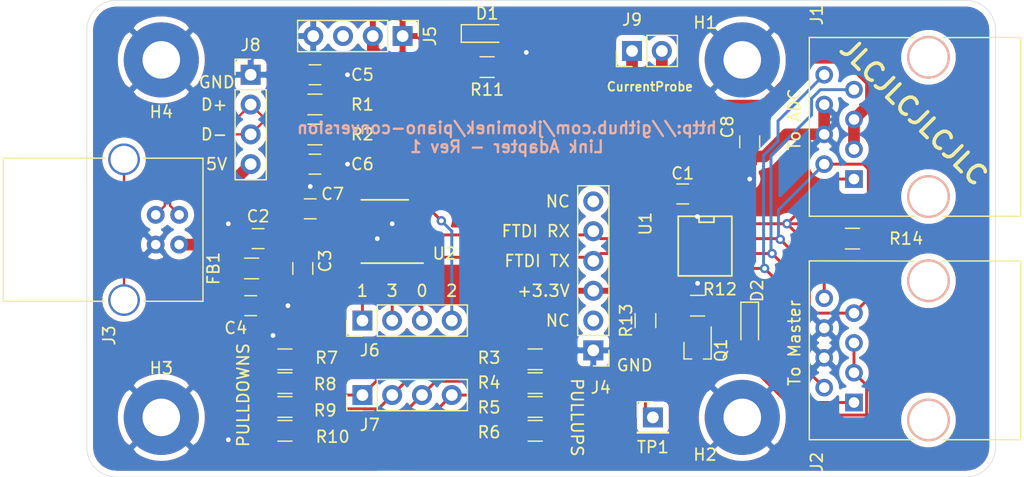
<source format=kicad_pcb>
(kicad_pcb (version 20171130) (host pcbnew "(5.1.7)-1")
  (layers (0 F.Cu signal) (31 B.Cu signal) (34 B.Paste user) (35 F.Paste user) (36 B.SilkS user) (37 F.SilkS user) (38 B.Mask user) (39 F.Mask user) (44 Edge.Cuts user))
  (net 0 "")
  (net 1 GND)
  (net 2 +3V3)
  (net 3 +5V)
  (net 4 "Net-(J3-Pad5)")
  (net 5 /RX)
  (net 6 /TX)
  (net 7 /USB5V)
  (net 8 /D+)
  (net 9 /D-)
  (net 10 /Z)
  (net 11 /Y)
  (net 12 /A)
  (net 13 /B)
  (net 14 /J6_4)
  (net 15 /J6_3)
  (net 16 /J6_2)
  (net 17 /J6_1)
  (net 18 /USBD+)
  (net 19 /USBD-)
  (net 20 "Net-(D1-Pad1)")
  (net 21 "Net-(D2-Pad2)")
  (net 22 "Net-(D2-Pad1)")
  (net 23 "Net-(Q1-Pad2)")
  (net 24 "Net-(C8-Pad1)")
  (net 25 /CBUS1)
  (net 26 /CBUS3)
  (net 27 /CBUS0)
  (net 28 /CBUS2)
  (module TO_SOT_Packages_SMD:SOT-323_SC-70_Handsoldering (layer F.Cu) (at 142.24 103.505 270)
    (fp_text reference Q1 (at 0 -2 90) (layer F.SilkS))
    (fp_text value NX7002BKW)
    (pad 3 smd rect (at 1.33 0 180) (size 0.45 1.5) (layers F.Cu F.Paste F.Mask) (net 2 +3V3))
    (pad 2 smd rect (at -1.33 0.65 180) (size 0.45 1.5) (layers F.Cu F.Paste F.Mask) (net 23 "Net-(Q1-Pad2)"))
    (pad 1 smd rect (at -1.33 -0.65 180) (size 0.45 1.5) (layers F.Cu F.Paste F.Mask) (net 21 "Net-(D2-Pad2)"))
  )
  (module Resistors_SMD:R_0805_HandSoldering (layer F.Cu) (at 137.795 100.965 90)
    (fp_text reference R13 (at 0 -1.651 90) (layer F.SilkS))
    (fp_text value 6000)
    (pad 2 smd rect (at 1.35 0 90) (size 1.5 1.3) (layers F.Cu F.Paste F.Mask) (net 1 GND))
    (pad 1 smd rect (at -1.35 0 90) (size 1.5 1.3) (layers F.Cu F.Paste F.Mask) (net 23 "Net-(Q1-Pad2)"))
  )
  (module Capacitors_SMD:C_0805_HandSoldering (layer F.Cu) (at 109.621 80.01)
    (fp_text reference C5 (at 4.044 0) (layer F.SilkS))
    (fp_text value 47pF)
    (pad 1 smd rect (at -1.25 0) (size 1.5 1.25) (layers F.Cu F.Paste F.Mask) (net 8 /D+))
    (pad 2 smd rect (at 1.25 0) (size 1.5 1.25) (layers F.Cu F.Paste F.Mask) (net 1 GND))
  )
  (module Capacitors_SMD:C_0805_HandSoldering (layer F.Cu) (at 140.97 90.17)
    (fp_text reference C1 (at 0 -1.75) (layer F.SilkS))
    (fp_text value 0.1uF)
    (pad 2 smd rect (at 1.25 0) (size 1.5 1.25) (layers F.Cu F.Paste F.Mask) (net 1 GND))
    (pad 1 smd rect (at -1.25 0) (size 1.5 1.25) (layers F.Cu F.Paste F.Mask) (net 2 +3V3))
  )
  (module Capacitors_SMD:C_0805_HandSoldering (layer F.Cu) (at 104.775 93.98 180)
    (fp_text reference C2 (at 0 1.905) (layer F.SilkS))
    (fp_text value 0.1uF)
    (pad 2 smd rect (at 1.25 0 180) (size 1.5 1.25) (layers F.Cu F.Paste F.Mask) (net 1 GND))
    (pad 1 smd rect (at -1.25 0 180) (size 1.5 1.25) (layers F.Cu F.Paste F.Mask) (net 3 +5V))
  )
  (module Capacitors_SMD:C_0805_HandSoldering (layer F.Cu) (at 108.585 96.52 270)
    (fp_text reference C3 (at -0.635 -1.905 90) (layer F.SilkS))
    (fp_text value 4.7uF)
    (pad 1 smd rect (at -1.25 0 270) (size 1.5 1.25) (layers F.Cu F.Paste F.Mask) (net 3 +5V))
    (pad 2 smd rect (at 1.25 0 270) (size 1.5 1.25) (layers F.Cu F.Paste F.Mask) (net 1 GND))
  )
  (module Capacitors_SMD:C_0805_HandSoldering (layer F.Cu) (at 104.14 99.695)
    (fp_text reference C4 (at -1.27 1.905) (layer F.SilkS))
    (fp_text value 10nF)
    (pad 2 smd rect (at 1.25 0) (size 1.5 1.25) (layers F.Cu F.Paste F.Mask) (net 1 GND))
    (pad 1 smd rect (at -1.25 0) (size 1.5 1.25) (layers F.Cu F.Paste F.Mask) (net 7 /USB5V))
  )
  (module Capacitors_SMD:C_0805_HandSoldering (layer F.Cu) (at 109.621 87.63)
    (fp_text reference C6 (at 4.044 0) (layer F.SilkS))
    (fp_text value 47pF)
    (pad 2 smd rect (at 1.25 0) (size 1.5 1.25) (layers F.Cu F.Paste F.Mask) (net 1 GND))
    (pad 1 smd rect (at -1.25 0) (size 1.5 1.25) (layers F.Cu F.Paste F.Mask) (net 9 /D-))
  )
  (module Capacitors_SMD:C_0805_HandSoldering (layer F.Cu) (at 109.22 91.44 180)
    (fp_text reference C7 (at -1.905 1.27) (layer F.SilkS))
    (fp_text value 0.1uF)
    (pad 1 smd rect (at -1.25 0 180) (size 1.5 1.25) (layers F.Cu F.Paste F.Mask) (net 2 +3V3))
    (pad 2 smd rect (at 1.25 0 180) (size 1.5 1.25) (layers F.Cu F.Paste F.Mask) (net 1 GND))
  )
  (module Inductors_SMD:L_0805_HandSoldering (layer F.Cu) (at 104.22 96.52 180)
    (fp_text reference FB1 (at 3.255 0 90) (layer F.SilkS))
    (fp_text value MPZ2012S601AT000‎)
    (pad 2 smd rect (at 1.35 0 180) (size 1.5 1.3) (layers F.Cu F.Paste F.Mask) (net 7 /USB5V))
    (pad 1 smd rect (at -1.35 0 180) (size 1.5 1.3) (layers F.Cu F.Paste F.Mask) (net 3 +5V))
  )
  (module Connectors:RJ45_8 (layer F.Cu) (at 155.575 88.9 90)
    (fp_text reference J1 (at 13.97 -3.175 90) (layer F.SilkS))
    (fp_text value ToADC)
    (pad Hole np_thru_hole circle (at 10.38 6.35 90) (size 3.65 3.65) (drill 3.25) (layers *.Cu *.SilkS *.Mask))
    (pad Hole np_thru_hole circle (at -1.49 6.35 90) (size 3.65 3.65) (drill 3.25) (layers *.Cu *.SilkS *.Mask))
    (pad 1 thru_hole rect (at 0 0 90) (size 1.5 1.5) (drill 0.9) (layers *.Cu *.Mask) (net 12 /A))
    (pad 2 thru_hole circle (at 1.27 -2.54 90) (size 1.5 1.5) (drill 0.9) (layers *.Cu *.Mask) (net 13 /B))
    (pad 3 thru_hole circle (at 2.54 0 90) (size 1.5 1.5) (drill 0.9) (layers *.Cu *.Mask) (net 24 "Net-(C8-Pad1)"))
    (pad 4 thru_hole circle (at 3.81 -2.54 90) (size 1.5 1.5) (drill 0.9) (layers *.Cu *.Mask) (net 1 GND))
    (pad 5 thru_hole circle (at 5.08 0 90) (size 1.5 1.5) (drill 0.9) (layers *.Cu *.Mask) (net 24 "Net-(C8-Pad1)"))
    (pad 6 thru_hole circle (at 6.35 -2.54 90) (size 1.5 1.5) (drill 0.9) (layers *.Cu *.Mask) (net 1 GND))
    (pad 7 thru_hole circle (at 7.62 0 90) (size 1.5 1.5) (drill 0.9) (layers *.Cu *.Mask) (net 10 /Z))
    (pad 8 thru_hole circle (at 8.89 -2.54 90) (size 1.5 1.5) (drill 0.9) (layers *.Cu *.Mask) (net 11 /Y))
  )
  (module Connectors:RJ45_8 (layer F.Cu) (at 155.575 107.95 90)
    (fp_text reference J2 (at -5.08 -3.175 90) (layer F.SilkS))
    (fp_text value ToMaster)
    (pad 8 thru_hole circle (at 8.89 -2.54 90) (size 1.5 1.5) (drill 0.9) (layers *.Cu *.Mask) (net 12 /A))
    (pad 7 thru_hole circle (at 7.62 0 90) (size 1.5 1.5) (drill 0.9) (layers *.Cu *.Mask) (net 13 /B))
    (pad 6 thru_hole circle (at 6.35 -2.54 90) (size 1.5 1.5) (drill 0.9) (layers *.Cu *.Mask) (net 1 GND))
    (pad 5 thru_hole circle (at 5.08 0 90) (size 1.5 1.5) (drill 0.9) (layers *.Cu *.Mask) (net 21 "Net-(D2-Pad2)"))
    (pad 4 thru_hole circle (at 3.81 -2.54 90) (size 1.5 1.5) (drill 0.9) (layers *.Cu *.Mask) (net 1 GND))
    (pad 3 thru_hole circle (at 2.54 0 90) (size 1.5 1.5) (drill 0.9) (layers *.Cu *.Mask) (net 21 "Net-(D2-Pad2)"))
    (pad 2 thru_hole circle (at 1.27 -2.54 90) (size 1.5 1.5) (drill 0.9) (layers *.Cu *.Mask) (net 10 /Z))
    (pad 1 thru_hole rect (at 0 0 90) (size 1.5 1.5) (drill 0.9) (layers *.Cu *.Mask) (net 11 /Y))
    (pad Hole np_thru_hole circle (at -1.49 6.35 90) (size 3.65 3.65) (drill 3.25) (layers *.Cu *.SilkS *.Mask))
    (pad Hole np_thru_hole circle (at 10.38 6.35 90) (size 3.65 3.65) (drill 3.25) (layers *.Cu *.SilkS *.Mask))
  )
  (module Connectors:USB_B (layer F.Cu) (at 98.044 94.488 180)
    (fp_text reference J3 (at 5.969 -7.747 90) (layer F.SilkS))
    (fp_text value USB_B)
    (pad 5 thru_hole circle (at 4.7 -4.73 90) (size 2.7 2.7) (drill 2.3) (layers *.Cu *.Mask) (net 4 "Net-(J3-Pad5)"))
    (pad 5 thru_hole circle (at 4.7 7.27 90) (size 2.7 2.7) (drill 2.3) (layers *.Cu *.Mask) (net 4 "Net-(J3-Pad5)"))
    (pad 3 thru_hole circle (at 2 2.54 90) (size 1.52 1.52) (drill 0.81) (layers *.Cu *.Mask) (net 8 /D+))
    (pad 4 thru_hole circle (at 2 0 90) (size 1.52 1.52) (drill 0.81) (layers *.Cu *.Mask) (net 1 GND))
    (pad 1 thru_hole circle (at 0 0 90) (size 1.52 1.52) (drill 0.81) (layers *.Cu *.Mask) (net 7 /USB5V))
    (pad 2 thru_hole circle (at 0 2.54 90) (size 1.52 1.52) (drill 0.81) (layers *.Cu *.Mask) (net 9 /D-))
  )
  (module Pin_Headers:Pin_Header_Straight_1x06_Pitch2.54mm (layer F.Cu) (at 133.35 103.505 180)
    (fp_text reference J4 (at -0.635 -3.175) (layer F.SilkS))
    (fp_text value "FTDI Header")
    (pad 6 thru_hole oval (at 0 12.7 180) (size 1.7 1.7) (drill 1) (layers *.Cu *.Mask))
    (pad 5 thru_hole oval (at 0 10.16 180) (size 1.7 1.7) (drill 1) (layers *.Cu *.Mask) (net 5 /RX))
    (pad 4 thru_hole oval (at 0 7.62 180) (size 1.7 1.7) (drill 1) (layers *.Cu *.Mask) (net 6 /TX))
    (pad 3 thru_hole oval (at 0 5.08 180) (size 1.7 1.7) (drill 1) (layers *.Cu *.Mask) (net 2 +3V3))
    (pad 2 thru_hole oval (at 0 2.54 180) (size 1.7 1.7) (drill 1) (layers *.Cu *.Mask))
    (pad 1 thru_hole rect (at 0 0 180) (size 1.7 1.7) (drill 1) (layers *.Cu *.Mask) (net 1 GND))
  )
  (module Pin_Headers:Pin_Header_Straight_1x04_Pitch2.54mm (layer F.Cu) (at 113.665 100.965 90)
    (fp_text reference J6 (at -2.54 0.635 180) (layer F.SilkS))
    (fp_text value CBUS)
    (pad 1 thru_hole rect (at 0 0 90) (size 1.7 1.7) (drill 1) (layers *.Cu *.Mask) (net 25 /CBUS1))
    (pad 2 thru_hole oval (at 0 2.54 90) (size 1.7 1.7) (drill 1) (layers *.Cu *.Mask) (net 26 /CBUS3))
    (pad 3 thru_hole oval (at 0 5.08 90) (size 1.7 1.7) (drill 1) (layers *.Cu *.Mask) (net 27 /CBUS0))
    (pad 4 thru_hole oval (at 0 7.62 90) (size 1.7 1.7) (drill 1) (layers *.Cu *.Mask) (net 28 /CBUS2))
  )
  (module Pin_Headers:Pin_Header_Straight_1x04_Pitch2.54mm (layer F.Cu) (at 113.665 107.315 90)
    (fp_text reference J7 (at -2.54 0.635 180) (layer F.SilkS))
    (fp_text value FORLED)
    (pad 4 thru_hole oval (at 0 7.62 90) (size 1.7 1.7) (drill 1) (layers *.Cu *.Mask) (net 14 /J6_4))
    (pad 3 thru_hole oval (at 0 5.08 90) (size 1.7 1.7) (drill 1) (layers *.Cu *.Mask) (net 15 /J6_3))
    (pad 2 thru_hole oval (at 0 2.54 90) (size 1.7 1.7) (drill 1) (layers *.Cu *.Mask) (net 16 /J6_2))
    (pad 1 thru_hole rect (at 0 0 90) (size 1.7 1.7) (drill 1) (layers *.Cu *.Mask) (net 17 /J6_1))
  )
  (module Resistors_SMD:R_0805_HandSoldering (layer F.Cu) (at 109.621 82.54 180)
    (fp_text reference R1 (at -4.044 -0.01 180) (layer F.SilkS))
    (fp_text value 27)
    (pad 2 smd rect (at 1.35 0 180) (size 1.5 1.3) (layers F.Cu F.Paste F.Mask) (net 8 /D+))
    (pad 1 smd rect (at -1.35 0 180) (size 1.5 1.3) (layers F.Cu F.Paste F.Mask) (net 18 /USBD+))
  )
  (module Resistors_SMD:R_0805_HandSoldering (layer F.Cu) (at 109.621 85.1 180)
    (fp_text reference R2 (at -4.044 0.01) (layer F.SilkS))
    (fp_text value 27)
    (pad 1 smd rect (at -1.35 0 180) (size 1.5 1.3) (layers F.Cu F.Paste F.Mask) (net 19 /USBD-))
    (pad 2 smd rect (at 1.35 0 180) (size 1.5 1.3) (layers F.Cu F.Paste F.Mask) (net 9 /D-))
  )
  (module Resistors_SMD:R_0805_HandSoldering (layer F.Cu) (at 128.397 104.267 180)
    (fp_text reference R3 (at 3.937 0.127) (layer F.SilkS))
    (fp_text value 6000)
    (pad 1 smd rect (at -1.35 0 180) (size 1.5 1.3) (layers F.Cu F.Paste F.Mask) (net 2 +3V3))
    (pad 2 smd rect (at 1.35 0 180) (size 1.5 1.3) (layers F.Cu F.Paste F.Mask) (net 17 /J6_1))
  )
  (module Resistors_SMD:R_0805_HandSoldering (layer F.Cu) (at 128.397 106.299 180)
    (fp_text reference R4 (at 3.937 0.042334) (layer F.SilkS))
    (fp_text value 6000)
    (pad 2 smd rect (at 1.35 0 180) (size 1.5 1.3) (layers F.Cu F.Paste F.Mask) (net 16 /J6_2))
    (pad 1 smd rect (at -1.35 0 180) (size 1.5 1.3) (layers F.Cu F.Paste F.Mask) (net 2 +3V3))
  )
  (module Resistors_SMD:R_0805_HandSoldering (layer F.Cu) (at 128.397 108.331 180)
    (fp_text reference R5 (at 3.937 -0.042332) (layer F.SilkS))
    (fp_text value 6000)
    (pad 1 smd rect (at -1.35 0 180) (size 1.5 1.3) (layers F.Cu F.Paste F.Mask) (net 2 +3V3))
    (pad 2 smd rect (at 1.35 0 180) (size 1.5 1.3) (layers F.Cu F.Paste F.Mask) (net 15 /J6_3))
  )
  (module Resistors_SMD:R_0805_HandSoldering (layer F.Cu) (at 128.397 110.363 180)
    (fp_text reference R6 (at 3.937 -0.127) (layer F.SilkS))
    (fp_text value 6000)
    (pad 2 smd rect (at 1.35 0 180) (size 1.5 1.3) (layers F.Cu F.Paste F.Mask) (net 14 /J6_4))
    (pad 1 smd rect (at -1.35 0 180) (size 1.5 1.3) (layers F.Cu F.Paste F.Mask) (net 2 +3V3))
  )
  (module Resistors_SMD:R_0805_HandSoldering (layer F.Cu) (at 107.061 104.267 180)
    (fp_text reference R7 (at -3.556 0.127) (layer F.SilkS))
    (fp_text value 6000)
    (pad 2 smd rect (at 1.35 0 180) (size 1.5 1.3) (layers F.Cu F.Paste F.Mask) (net 1 GND))
    (pad 1 smd rect (at -1.35 0 180) (size 1.5 1.3) (layers F.Cu F.Paste F.Mask) (net 17 /J6_1))
  )
  (module Resistors_SMD:R_0805_HandSoldering (layer F.Cu) (at 107.061 106.299 180)
    (fp_text reference R8 (at -3.429 -0.084666) (layer F.SilkS))
    (fp_text value 6000)
    (pad 1 smd rect (at -1.35 0 180) (size 1.5 1.3) (layers F.Cu F.Paste F.Mask) (net 16 /J6_2))
    (pad 2 smd rect (at 1.35 0 180) (size 1.5 1.3) (layers F.Cu F.Paste F.Mask) (net 1 GND))
  )
  (module Resistors_SMD:R_0805_HandSoldering (layer F.Cu) (at 107.061 108.331 180)
    (fp_text reference R9 (at -3.429 -0.296332) (layer F.SilkS))
    (fp_text value 6000)
    (pad 2 smd rect (at 1.35 0 180) (size 1.5 1.3) (layers F.Cu F.Paste F.Mask) (net 1 GND))
    (pad 1 smd rect (at -1.35 0 180) (size 1.5 1.3) (layers F.Cu F.Paste F.Mask) (net 15 /J6_3))
  )
  (module Resistors_SMD:R_0805_HandSoldering (layer F.Cu) (at 107.061 110.363 180)
    (fp_text reference R10 (at -4.064 -0.508) (layer F.SilkS))
    (fp_text value 6000)
    (pad 1 smd rect (at -1.35 0 180) (size 1.5 1.3) (layers F.Cu F.Paste F.Mask) (net 14 /J6_4))
    (pad 2 smd rect (at 1.35 0 180) (size 1.5 1.3) (layers F.Cu F.Paste F.Mask) (net 1 GND))
  )
  (module SMD_Packages:SOIC-8-N (layer F.Cu) (at 142.875 94.615 270)
    (fp_text reference U1 (at -1.905 5.08 90) (layer F.SilkS))
    (fp_text value ISL83490)
    (pad 1 smd rect (at -1.905 3.175 270) (size 0.508 1.143) (layers F.Cu F.Paste F.Mask) (net 2 +3V3))
    (pad 2 smd rect (at -0.635 3.175 270) (size 0.508 1.143) (layers F.Cu F.Paste F.Mask) (net 5 /RX))
    (pad 3 smd rect (at 0.635 3.175 270) (size 0.508 1.143) (layers F.Cu F.Paste F.Mask) (net 6 /TX))
    (pad 4 smd rect (at 1.905 3.175 270) (size 0.508 1.143) (layers F.Cu F.Paste F.Mask) (net 1 GND))
    (pad 5 smd rect (at 1.905 -3.175 270) (size 0.508 1.143) (layers F.Cu F.Paste F.Mask) (net 11 /Y))
    (pad 6 smd rect (at 0.635 -3.175 270) (size 0.508 1.143) (layers F.Cu F.Paste F.Mask) (net 10 /Z))
    (pad 7 smd rect (at -0.635 -3.175 270) (size 0.508 1.143) (layers F.Cu F.Paste F.Mask) (net 13 /B))
    (pad 8 smd rect (at -1.905 -3.175 270) (size 0.508 1.143) (layers F.Cu F.Paste F.Mask) (net 12 /A))
  )
  (module Housings_SSOP:SSOP-16_3.9x4.9mm_Pitch0.635mm (layer F.Cu) (at 115.57 93.345 180)
    (fp_text reference U2 (at -5.08 -1.905) (layer F.SilkS))
    (fp_text value FT230XS)
    (pad 16 smd rect (at 2.6 -2.2225 180) (size 1.2 0.4) (layers F.Cu F.Paste F.Mask) (net 26 /CBUS3))
    (pad 15 smd rect (at 2.6 -1.5875 180) (size 1.2 0.4) (layers F.Cu F.Paste F.Mask) (net 27 /CBUS0))
    (pad 14 smd rect (at 2.6 -0.9525 180) (size 1.2 0.4) (layers F.Cu F.Paste F.Mask) (net 25 /CBUS1))
    (pad 13 smd rect (at 2.6 -0.3175 180) (size 1.2 0.4) (layers F.Cu F.Paste F.Mask) (net 1 GND))
    (pad 12 smd rect (at 2.6 0.3175 180) (size 1.2 0.4) (layers F.Cu F.Paste F.Mask) (net 3 +5V))
    (pad 11 smd rect (at 2.6 0.9525 180) (size 1.2 0.4) (layers F.Cu F.Paste F.Mask) (net 2 +3V3))
    (pad 10 smd rect (at 2.6 1.5875 180) (size 1.2 0.4) (layers F.Cu F.Paste F.Mask) (net 2 +3V3))
    (pad 9 smd rect (at 2.6 2.2225 180) (size 1.2 0.4) (layers F.Cu F.Paste F.Mask) (net 19 /USBD-))
    (pad 8 smd rect (at -2.6 2.2225 180) (size 1.2 0.4) (layers F.Cu F.Paste F.Mask) (net 18 /USBD+))
    (pad 7 smd rect (at -2.6 1.5875 180) (size 1.2 0.4) (layers F.Cu F.Paste F.Mask) (net 28 /CBUS2))
    (pad 6 smd rect (at -2.6 0.9525 180) (size 1.2 0.4) (layers F.Cu F.Paste F.Mask))
    (pad 5 smd rect (at -2.6 0.3175 180) (size 1.2 0.4) (layers F.Cu F.Paste F.Mask) (net 1 GND))
    (pad 4 smd rect (at -2.6 -0.3175 180) (size 1.2 0.4) (layers F.Cu F.Paste F.Mask) (net 5 /RX))
    (pad 3 smd rect (at -2.6 -0.9525 180) (size 1.2 0.4) (layers F.Cu F.Paste F.Mask) (net 2 +3V3))
    (pad 2 smd rect (at -2.6 -1.5875 180) (size 1.2 0.4) (layers F.Cu F.Paste F.Mask))
    (pad 1 smd rect (at -2.6 -2.2225 180) (size 1.2 0.4) (layers F.Cu F.Paste F.Mask) (net 6 /TX))
  )
  (module Mounting_Holes:MountingHole_3.2mm_M3_Pad (layer F.Cu) (at 146.05 78.74)
    (fp_text reference H1 (at -3.175 -3.175) (layer F.SilkS))
    (fp_text value MountingHole_Pad)
    (pad 1 thru_hole circle (at 0 0) (size 6.4 6.4) (drill 3.2) (layers *.Cu *.Mask) (net 1 GND))
  )
  (module Mounting_Holes:MountingHole_3.2mm_M3_Pad (layer F.Cu) (at 146.05 109.22)
    (fp_text reference H2 (at -3.175 3.175) (layer F.SilkS))
    (fp_text value MountingHole_Pad)
    (pad 1 thru_hole circle (at 0 0) (size 6.4 6.4) (drill 3.2) (layers *.Cu *.Mask) (net 1 GND))
  )
  (module Mounting_Holes:MountingHole_3.2mm_M3_Pad (layer F.Cu) (at 96.52 109.22)
    (fp_text reference H3 (at 0 -4.2) (layer F.SilkS))
    (fp_text value MountingHole_Pad)
    (pad 1 thru_hole circle (at 0 0) (size 6.4 6.4) (drill 3.2) (layers *.Cu *.Mask) (net 1 GND))
  )
  (module Mounting_Holes:MountingHole_3.2mm_M3_Pad (layer F.Cu) (at 96.52 78.74)
    (fp_text reference H4 (at 0 4.445) (layer F.SilkS))
    (fp_text value MountingHole_Pad)
    (pad 1 thru_hole circle (at 0 0) (size 6.4 6.4) (drill 3.2) (layers *.Cu *.Mask) (net 1 GND))
  )
  (module Pin_Headers:Pin_Header_Straight_1x04_Pitch2.54mm (layer F.Cu) (at 104.14 80.01)
    (fp_text reference J8 (at 0 -2.54) (layer F.SilkS))
    (fp_text value AltUSB)
    (pad 4 thru_hole oval (at 0 7.62) (size 1.7 1.7) (drill 1) (layers *.Cu *.Mask) (net 7 /USB5V))
    (pad 3 thru_hole oval (at 0 5.08) (size 1.7 1.7) (drill 1) (layers *.Cu *.Mask) (net 9 /D-))
    (pad 2 thru_hole oval (at 0 2.54) (size 1.7 1.7) (drill 1) (layers *.Cu *.Mask) (net 8 /D+))
    (pad 1 thru_hole rect (at 0 0) (size 1.7 1.7) (drill 1) (layers *.Cu *.Mask) (net 1 GND))
  )
  (module Capacitors_SMD:C_0805_HandSoldering (layer F.Cu) (at 146.685 85.725 270)
    (fp_text reference C8 (at -1.27 1.905 90) (layer F.SilkS))
    (fp_text value 0.1uF)
    (pad 2 smd rect (at 1.25 0 270) (size 1.5 1.25) (layers F.Cu F.Paste F.Mask) (net 1 GND))
    (pad 1 smd rect (at -1.25 0 270) (size 1.5 1.25) (layers F.Cu F.Paste F.Mask) (net 24 "Net-(C8-Pad1)"))
  )
  (module LEDs:LED_0805_HandSoldering (layer F.Cu) (at 124.295001 76.490001)
    (fp_text reference D1 (at 0 -1.7) (layer F.SilkS))
    (fp_text value LED)
    (pad 2 smd rect (at 1.35 0) (size 1.5 1.3) (layers F.Cu F.Paste F.Mask) (net 2 +3V3))
    (pad 1 smd rect (at -1.35 0) (size 1.5 1.3) (layers F.Cu F.Paste F.Mask) (net 20 "Net-(D1-Pad1)"))
  )
  (module Resistors_SMD:R_0805_HandSoldering (layer F.Cu) (at 124.295001 79.355001)
    (fp_text reference R11 (at 0 1.924999) (layer F.SilkS))
    (fp_text value 620)
    (pad 2 smd rect (at 1.35 0) (size 1.5 1.3) (layers F.Cu F.Paste F.Mask) (net 1 GND))
    (pad 1 smd rect (at -1.35 0) (size 1.5 1.3) (layers F.Cu F.Paste F.Mask) (net 20 "Net-(D1-Pad1)"))
  )
  (module LEDs:LED_0805_HandSoldering (layer F.Cu) (at 146.685 101.6 270)
    (fp_text reference D2 (at -3.175 -0.635 90) (layer F.SilkS))
    (fp_text value LED)
    (pad 2 smd rect (at 1.35 0 270) (size 1.5 1.3) (layers F.Cu F.Paste F.Mask) (net 21 "Net-(D2-Pad2)"))
    (pad 1 smd rect (at -1.35 0 270) (size 1.5 1.3) (layers F.Cu F.Paste F.Mask) (net 22 "Net-(D2-Pad1)"))
  )
  (module Resistors_SMD:R_0805_HandSoldering (layer F.Cu) (at 142.24 99.695 180)
    (fp_text reference R12 (at -1.905 1.397) (layer F.SilkS))
    (fp_text value 3000)
    (pad 2 smd rect (at 1.35 0 180) (size 1.5 1.3) (layers F.Cu F.Paste F.Mask) (net 1 GND))
    (pad 1 smd rect (at -1.35 0 180) (size 1.5 1.3) (layers F.Cu F.Paste F.Mask) (net 22 "Net-(D2-Pad1)"))
  )
  (module Pin_Headers:Pin_Header_Straight_1x01_Pitch2.54mm (layer F.Cu) (at 138.43 109.22)
    (fp_text reference TP1 (at 0 2.54) (layer F.SilkS))
    (fp_text value MPWRGOOD)
    (pad 1 thru_hole rect (at 0 0) (size 1.7 1.7) (drill 1) (layers *.Cu *.Mask) (net 23 "Net-(Q1-Pad2)"))
  )
  (module Resistors_SMD:R_0805_HandSoldering (layer F.Cu) (at 155.448 93.98 180)
    (fp_text reference R14 (at -4.572 0) (layer F.SilkS))
    (fp_text value 120)
    (pad 2 smd rect (at 1.35 0 180) (size 1.5 1.3) (layers F.Cu F.Paste F.Mask) (net 12 /A))
    (pad 1 smd rect (at -1.35 0 180) (size 1.5 1.3) (layers F.Cu F.Paste F.Mask) (net 13 /B))
  )
  (module Pin_Headers:Pin_Header_Straight_1x04_Pitch2.54mm (layer F.Cu) (at 117.094 76.708 270)
    (fp_text reference J5 (at 0 -2.33 90) (layer F.SilkS))
    (fp_text value PowerJumper)
    (pad 4 thru_hole oval (at 0 7.62 270) (size 1.7 1.7) (drill 1) (layers *.Cu *.Mask) (net 1 GND))
    (pad 3 thru_hole oval (at 0 5.08 270) (size 1.7 1.7) (drill 1) (layers *.Cu *.Mask))
    (pad 2 thru_hole oval (at 0 2.54 270) (size 1.7 1.7) (drill 1) (layers *.Cu *.Mask) (net 3 +5V))
    (pad 1 thru_hole rect (at 0 0 270) (size 1.7 1.7) (drill 1) (layers *.Cu *.Mask) (net 2 +3V3))
  )
  (module Pin_Headers:Pin_Header_Straight_1x02_Pitch2.54mm (layer F.Cu) (at 136.652 77.978 90)
    (fp_text reference J9 (at 2.667 0 180) (layer F.SilkS))
    (fp_text value CurrentProbe)
    (pad 2 thru_hole oval (at 0 2.54 90) (size 1.7 1.7) (drill 1) (layers *.Cu *.Mask) (net 24 "Net-(C8-Pad1)"))
    (pad 1 thru_hole rect (at 0 0 90) (size 1.7 1.7) (drill 1) (layers *.Cu *.Mask) (net 3 +5V))
  )
  (gr_text 5V (at 102.235 87.63) (layer F.SilkS) (effects (font (size 1 1)) (justify right)))
  (gr_text D- (at 102.235 85.09) (layer F.SilkS) (effects (font (size 1 1)) (justify right)))
  (gr_text D+ (at 102.235 82.55) (layer F.SilkS) (effects (font (size 1 1)) (justify right)))
  (gr_text GND (at 102.87 80.645) (layer F.SilkS) (effects (font (size 1 1)) (justify right)))
  (gr_text 2 (at 121.285 98.425) (layer F.SilkS) (effects (font (size 1 1))))
  (gr_text 0 (at 118.745 98.425) (layer F.SilkS) (effects (font (size 1 1))))
  (gr_text 3 (at 116.205 98.425) (layer F.SilkS) (effects (font (size 1 1))))
  (gr_text 1 (at 113.665 98.425) (layer F.SilkS) (effects (font (size 1 1))))
  (gr_text NC (at 131.445 90.805) (layer F.SilkS) (effects (font (size 1 1)) (justify right)))
  (gr_text NC (at 131.445 100.965) (layer F.SilkS) (effects (font (size 1 1)) (justify right)))
  (gr_text GND (at 135.255 104.775) (layer F.SilkS) (effects (font (size 1 1)) (justify left)))
  (gr_text +3.3V (at 131.445 98.425) (layer F.SilkS) (effects (font (size 1 1)) (justify right)))
  (gr_text "FTDI TX" (at 131.445 95.885) (layer F.SilkS) (effects (font (size 1 1)) (justify right)))
  (gr_text "FTDI RX" (at 131.445 93.345) (layer F.SilkS) (effects (font (size 1 1)) (justify right)))
  (gr_text CurrentProbe (at 138.176 81.026) (layer F.SilkS) (effects (font (size 0.75 0.75))))
  (gr_text "http://github.com/jkominek/piano-conversion\nLink Adapter - Rev 1" (at 125.984 85.344) (layer B.SilkS) (effects (font (size 1 1) (thickness 0.2)) (justify mirror)))
  (gr_arc (start 165.1 76.2) (end 167.64 76.2) (angle -90) (layer Edge.Cuts) (width 0.05))
  (gr_arc (start 165.1 111.76) (end 165.1 114.3) (angle -90) (layer Edge.Cuts) (width 0.05))
  (gr_arc (start 92.71 76.2) (end 92.71 73.66) (angle -90) (layer Edge.Cuts) (width 0.05))
  (gr_arc (start 92.71 111.76) (end 90.17 111.76) (angle -90) (layer Edge.Cuts) (width 0.05))
  (gr_text JLCJLCJLCJLC (at 160.655 83.185 315) (layer F.SilkS) (effects (font (size 1.6 1.6) (thickness 0.3))))
  (gr_text "To Master" (at 150.495 102.87 90) (layer F.SilkS) (effects (font (size 1 1))))
  (gr_text "To ADC" (at 150.495 83.82 90) (layer F.SilkS) (effects (font (size 1 1))))
  (gr_text PULLDOWNS (at 103.505 107.315 90) (layer F.SilkS) (effects (font (size 1 1))))
  (gr_text PULLUPS (at 131.953 109.22 270) (layer F.SilkS) (effects (font (size 1 1))))
  (gr_line (start 165.1 73.66) (end 92.71 73.66) (layer Edge.Cuts) (width 0.05))
  (gr_line (start 167.64 111.76) (end 167.64 76.2) (layer Edge.Cuts) (width 0.05))
  (gr_line (start 92.71 114.3) (end 165.1 114.3) (layer Edge.Cuts) (width 0.05))
  (gr_line (start 90.17 76.2) (end 90.17 111.76) (layer Edge.Cuts) (width 0.05))
  (via (at 114.935 93.98) (size 0.8) (drill 0.4) (layers F.Cu B.Cu) (net 1))
  (via (at 116.205 92.71) (size 0.8) (drill 0.4) (layers F.Cu B.Cu) (net 1))
  (segment (start 116.5225 93.0275) (end 116.205 92.71) (width 0.25) (layer F.Cu) (net 1))
  (segment (start 118.17 93.0275) (end 116.5225 93.0275) (width 0.25) (layer F.Cu) (net 1))
  (segment (start 114.6175 93.6625) (end 114.935 93.98) (width 0.25) (layer F.Cu) (net 1))
  (segment (start 112.97 93.6625) (end 114.6175 93.6625) (width 0.25) (layer F.Cu) (net 1))
  (via (at 112.395 87.63) (size 0.8) (drill 0.4) (layers F.Cu B.Cu) (net 1))
  (via (at 112.395 80.01) (size 0.8) (drill 0.4) (layers F.Cu B.Cu) (net 1))
  (segment (start 110.871 80.01) (end 112.395 80.01) (width 0.25) (layer F.Cu) (net 1))
  (segment (start 110.871 87.63) (end 112.395 87.63) (width 0.25) (layer F.Cu) (net 1))
  (via (at 106.045 102.235) (size 0.8) (drill 0.4) (layers F.Cu B.Cu) (net 1))
  (segment (start 104.949 111.125) (end 105.711 110.363) (width 0.25) (layer F.Cu) (net 1))
  (segment (start 102.235 111.125) (end 104.949 111.125) (width 0.25) (layer F.Cu) (net 1))
  (segment (start 105.711 110.363) (end 105.711 108.331) (width 0.25) (layer F.Cu) (net 1))
  (segment (start 105.711 108.331) (end 105.711 106.299) (width 0.25) (layer F.Cu) (net 1))
  (segment (start 105.711 106.299) (end 105.711 104.267) (width 0.25) (layer F.Cu) (net 1))
  (segment (start 105.711 102.569) (end 106.045 102.235) (width 0.25) (layer F.Cu) (net 1))
  (segment (start 105.711 104.267) (end 105.711 102.569) (width 0.25) (layer F.Cu) (net 1))
  (via (at 109.22 89.535) (size 0.8) (drill 0.4) (layers F.Cu B.Cu) (net 1))
  (segment (start 142.22 94.8215) (end 140.5215 96.52) (width 0.25) (layer F.Cu) (net 1))
  (segment (start 140.5215 96.52) (end 139.7 96.52) (width 0.25) (layer F.Cu) (net 1))
  (segment (start 142.22 90.17) (end 142.22 92.095) (width 0.25) (layer F.Cu) (net 1))
  (segment (start 142.22 92.095) (end 142.22 94.8215) (width 0.25) (layer F.Cu) (net 1))
  (via (at 142.22 92.095) (size 0.8) (drill 0.4) (layers F.Cu B.Cu) (net 1))
  (via (at 102.235 92.71) (size 0.8) (drill 0.4) (layers F.Cu B.Cu) (net 1))
  (via (at 107.315 99.695) (size 0.8) (drill 0.4) (layers F.Cu B.Cu) (net 1))
  (segment (start 105.39 99.695) (end 107.315 99.695) (width 0.25) (layer F.Cu) (net 1))
  (segment (start 108.585 98.425) (end 107.315 99.695) (width 0.25) (layer F.Cu) (net 1))
  (segment (start 108.585 97.77) (end 108.585 98.425) (width 0.25) (layer F.Cu) (net 1))
  (via (at 102.235 111.125) (size 0.8) (drill 0.4) (layers F.Cu B.Cu) (net 1))
  (segment (start 103.505 93.98) (end 102.235 92.71) (width 0.25) (layer F.Cu) (net 1))
  (segment (start 103.525 93.98) (end 103.505 93.98) (width 0.25) (layer F.Cu) (net 1))
  (segment (start 107.97 90.785) (end 109.22 89.535) (width 0.25) (layer F.Cu) (net 1))
  (segment (start 107.97 91.44) (end 107.97 90.785) (width 0.25) (layer F.Cu) (net 1))
  (segment (start 153.035 85.09) (end 153.035 82.55) (width 1) (layer F.Cu) (net 1))
  (via (at 146.685 88.9) (size 0.8) (drill 0.4) (layers F.Cu B.Cu) (net 1))
  (segment (start 146.685 86.975) (end 146.705 86.975) (width 0.25) (layer F.Cu) (net 1))
  (via (at 127.635 78.105) (size 0.8) (drill 0.4) (layers F.Cu B.Cu) (net 1))
  (segment (start 126.384999 79.355001) (end 127.635 78.105) (width 0.25) (layer F.Cu) (net 1))
  (segment (start 125.645001 79.355001) (end 126.384999 79.355001) (width 0.25) (layer F.Cu) (net 1))
  (via (at 142.24 97.79) (size 0.8) (drill 0.4) (layers F.Cu B.Cu) (net 1))
  (segment (start 140.89 99.14) (end 142.24 97.79) (width 0.25) (layer F.Cu) (net 1))
  (segment (start 140.89 99.695) (end 140.89 99.14) (width 0.25) (layer F.Cu) (net 1))
  (segment (start 140.81 99.615) (end 140.89 99.695) (width 0.25) (layer F.Cu) (net 1))
  (segment (start 137.795 99.615) (end 140.81 99.615) (width 0.25) (layer F.Cu) (net 1))
  (segment (start 146.685 88.9) (end 146.685 86.975) (width 0.5) (layer F.Cu) (net 1))
  (segment (start 146.685 86.975) (end 147.935 86.975) (width 1) (layer F.Cu) (net 1))
  (segment (start 147.935 86.975) (end 149.82 85.09) (width 1) (layer F.Cu) (net 1))
  (segment (start 149.82 85.09) (end 153.035 85.09) (width 1) (layer F.Cu) (net 1))
  (segment (start 112.97 92.3925) (end 112.97 91.7575) (width 0.25) (layer F.Cu) (net 2))
  (segment (start 112.97 92.3925) (end 114.6175 92.3925) (width 0.25) (layer F.Cu) (net 2))
  (segment (start 114.6175 92.3925) (end 116.5225 94.2975) (width 0.25) (layer F.Cu) (net 2))
  (segment (start 110.7875 91.7575) (end 110.47 91.44) (width 0.25) (layer F.Cu) (net 2))
  (segment (start 112.97 91.7575) (end 110.7875 91.7575) (width 0.25) (layer F.Cu) (net 2))
  (segment (start 111.4225 92.3925) (end 110.47 91.44) (width 0.25) (layer F.Cu) (net 2))
  (segment (start 112.97 92.3925) (end 111.4225 92.3925) (width 0.25) (layer F.Cu) (net 2))
  (segment (start 139.7 90.19) (end 139.72 90.17) (width 0.25) (layer F.Cu) (net 2))
  (segment (start 139.7 92.71) (end 139.7 90.19) (width 0.25) (layer F.Cu) (net 2))
  (segment (start 117.7925 94.2975) (end 116.5225 94.2975) (width 0.25) (layer F.Cu) (net 2))
  (segment (start 118.17 94.2975) (end 117.7925 94.2975) (width 0.25) (layer F.Cu) (net 2))
  (segment (start 112.97 93.0275) (end 111.4425 93.0275) (width 0.25) (layer F.Cu) (net 3))
  (segment (start 111.4425 93.0275) (end 111.125 93.345) (width 0.25) (layer F.Cu) (net 3))
  (segment (start 114.554 77.910081) (end 114.554 76.708) (width 1) (layer F.Cu) (net 3))
  (segment (start 117.923919 81.28) (end 114.554 77.910081) (width 1) (layer F.Cu) (net 3))
  (segment (start 135.89 81.28) (end 117.923919 81.28) (width 1) (layer F.Cu) (net 3))
  (segment (start 136.652 80.518) (end 135.89 81.28) (width 1) (layer F.Cu) (net 3))
  (segment (start 136.652 77.978) (end 136.652 80.518) (width 1) (layer F.Cu) (net 3))
  (segment (start 93.344 87.218) (end 93.344 99.218) (width 0.2) (layer F.Cu) (net 4))
  (segment (start 133.0325 93.6625) (end 133.35 93.345) (width 0.25) (layer F.Cu) (net 5))
  (segment (start 118.17 93.6625) (end 133.0325 93.6625) (width 0.25) (layer F.Cu) (net 5))
  (segment (start 133.985 93.98) (end 133.35 93.345) (width 0.25) (layer F.Cu) (net 5))
  (segment (start 139.7 93.98) (end 133.985 93.98) (width 0.25) (layer F.Cu) (net 5))
  (segment (start 133.0325 95.5675) (end 133.35 95.885) (width 0.25) (layer F.Cu) (net 6))
  (segment (start 118.17 95.5675) (end 133.0325 95.5675) (width 0.25) (layer F.Cu) (net 6))
  (segment (start 133.985 95.25) (end 133.35 95.885) (width 0.25) (layer F.Cu) (net 6))
  (segment (start 139.7 95.25) (end 133.985 95.25) (width 0.25) (layer F.Cu) (net 6))
  (segment (start 102.87 99.675) (end 102.89 99.695) (width 0.25) (layer F.Cu) (net 7))
  (segment (start 102.87 96.52) (end 102.87 99.675) (width 0.25) (layer F.Cu) (net 7))
  (segment (start 100.838 90.932) (end 104.14 87.63) (width 1) (layer F.Cu) (net 7))
  (segment (start 100.838 94.488) (end 100.838 90.932) (width 1) (layer F.Cu) (net 7))
  (segment (start 98.044 94.488) (end 100.838 94.488) (width 1) (layer F.Cu) (net 7))
  (segment (start 100.838 94.488) (end 102.87 96.52) (width 1) (layer F.Cu) (net 7))
  (segment (start 108.271 80.11) (end 108.371 80.01) (width 0.25) (layer F.Cu) (net 8))
  (segment (start 108.271 82.54) (end 108.271 80.11) (width 0.25) (layer F.Cu) (net 8))
  (segment (start 101.918198 84.771802) (end 104.14 82.55) (width 0.2) (layer F.Cu) (net 8))
  (segment (start 96.819 89.871) (end 101.918198 84.771802) (width 0.2) (layer F.Cu) (net 8))
  (segment (start 96.819 91.173) (end 96.819 89.871) (width 0.2) (layer F.Cu) (net 8))
  (segment (start 96.044 91.948) (end 96.819 91.173) (width 0.2) (layer F.Cu) (net 8))
  (segment (start 107.145999 82.54) (end 108.271 82.54) (width 0.2) (layer F.Cu) (net 8))
  (segment (start 106.090999 83.595) (end 107.145999 82.54) (width 0.2) (layer F.Cu) (net 8))
  (segment (start 105.185 83.595) (end 106.090999 83.595) (width 0.2) (layer F.Cu) (net 8))
  (segment (start 104.14 82.55) (end 105.185 83.595) (width 0.2) (layer F.Cu) (net 8))
  (segment (start 108.271 87.53) (end 108.371 87.63) (width 0.25) (layer F.Cu) (net 9))
  (segment (start 108.271 85.1) (end 108.271 87.53) (width 0.25) (layer F.Cu) (net 9))
  (segment (start 102.236397 85.09) (end 104.14 85.09) (width 0.2) (layer F.Cu) (net 9))
  (segment (start 97.269 90.057397) (end 102.236397 85.09) (width 0.2) (layer F.Cu) (net 9))
  (segment (start 97.269 91.173) (end 97.269 90.057397) (width 0.2) (layer F.Cu) (net 9))
  (segment (start 98.044 91.948) (end 97.269 91.173) (width 0.2) (layer F.Cu) (net 9))
  (segment (start 107.145999 85.1) (end 108.271 85.1) (width 0.2) (layer F.Cu) (net 9))
  (segment (start 105.185 84.045) (end 106.090999 84.045) (width 0.2) (layer F.Cu) (net 9))
  (segment (start 104.14 85.09) (end 105.185 84.045) (width 0.2) (layer F.Cu) (net 9))
  (segment (start 106.090999 84.045) (end 107.145999 85.1) (width 0.2) (layer F.Cu) (net 9))
  (segment (start 146.05 95.25) (end 148.59 95.25) (width 0.25) (layer F.Cu) (net 10))
  (segment (start 148.59 95.25) (end 150.495 97.155) (width 0.25) (layer F.Cu) (net 10))
  (segment (start 150.495 104.14) (end 153.035 106.68) (width 0.25) (layer F.Cu) (net 10))
  (segment (start 150.495 97.155) (end 150.495 104.14) (width 0.25) (layer F.Cu) (net 10))
  (via (at 148.59 95.25) (size 0.8) (drill 0.4) (layers F.Cu B.Cu) (net 10))
  (segment (start 148.499999 95.159999) (end 148.59 95.25) (width 0.25) (layer B.Cu) (net 10))
  (segment (start 148.499999 86.889413) (end 148.499999 95.159999) (width 0.25) (layer B.Cu) (net 10))
  (segment (start 151.959999 83.429413) (end 148.499999 86.889413) (width 0.25) (layer B.Cu) (net 10))
  (segment (start 151.959999 82.033999) (end 151.959999 83.429413) (width 0.25) (layer B.Cu) (net 10))
  (segment (start 152.713998 81.28) (end 151.959999 82.033999) (width 0.25) (layer B.Cu) (net 10))
  (segment (start 155.575 81.28) (end 152.713998 81.28) (width 0.25) (layer B.Cu) (net 10))
  (segment (start 146.05 96.52) (end 147.955 96.52) (width 0.25) (layer F.Cu) (net 11))
  (segment (start 147.955 96.52) (end 149.225 97.79) (width 0.25) (layer F.Cu) (net 11))
  (segment (start 149.225 97.79) (end 149.225 105.41) (width 0.25) (layer F.Cu) (net 11))
  (segment (start 151.765 107.95) (end 155.575 107.95) (width 0.25) (layer F.Cu) (net 11))
  (segment (start 149.225 105.41) (end 151.765 107.95) (width 0.25) (layer F.Cu) (net 11))
  (via (at 147.955 96.52) (size 0.8) (drill 0.4) (layers F.Cu B.Cu) (net 11))
  (segment (start 147.864999 86.888003) (end 149.098 85.655002) (width 0.25) (layer B.Cu) (net 11))
  (segment (start 147.864999 96.429999) (end 147.864999 86.888003) (width 0.25) (layer B.Cu) (net 11))
  (segment (start 147.955 96.52) (end 147.864999 96.429999) (width 0.25) (layer B.Cu) (net 11))
  (segment (start 149.098 83.947) (end 153.035 80.01) (width 0.25) (layer B.Cu) (net 11))
  (segment (start 149.098 85.655002) (end 149.098 83.947) (width 0.25) (layer B.Cu) (net 11))
  (segment (start 146.05 92.71) (end 149.86 92.71) (width 0.25) (layer F.Cu) (net 12))
  (segment (start 149.86 92.71) (end 153.035 95.885) (width 0.25) (layer F.Cu) (net 12))
  (segment (start 153.035 95.885) (end 153.035 99.06) (width 0.25) (layer F.Cu) (net 12))
  (via (at 149.86 92.71) (size 0.8) (drill 0.4) (layers F.Cu B.Cu) (net 12))
  (segment (start 153.67 88.9) (end 149.86 92.71) (width 0.25) (layer F.Cu) (net 12))
  (segment (start 155.575 88.9) (end 153.67 88.9) (width 0.25) (layer F.Cu) (net 12))
  (segment (start 152.828 92.71) (end 154.098 93.98) (width 0.25) (layer F.Cu) (net 12))
  (segment (start 149.86 92.71) (end 152.828 92.71) (width 0.25) (layer F.Cu) (net 12))
  (segment (start 146.05 93.98) (end 149.225 93.98) (width 0.25) (layer F.Cu) (net 13))
  (segment (start 155.575 100.33) (end 152.4 100.33) (width 0.25) (layer F.Cu) (net 13))
  (segment (start 149.225 93.98) (end 149.2885 94.0435) (width 0.25) (layer F.Cu) (net 13))
  (segment (start 151.765 99.695) (end 152.4 100.33) (width 0.25) (layer F.Cu) (net 13))
  (segment (start 151.765 96.52) (end 151.765 99.695) (width 0.25) (layer F.Cu) (net 13))
  (segment (start 149.2885 94.0435) (end 151.765 96.52) (width 0.25) (layer F.Cu) (net 13))
  (via (at 149.2885 94.0435) (size 0.8) (drill 0.4) (layers F.Cu B.Cu) (net 13))
  (segment (start 149.134999 93.889999) (end 149.2885 94.0435) (width 0.25) (layer B.Cu) (net 13))
  (segment (start 149.134999 91.530001) (end 149.134999 93.889999) (width 0.25) (layer B.Cu) (net 13))
  (segment (start 153.035 87.63) (end 149.134999 91.530001) (width 0.25) (layer B.Cu) (net 13))
  (segment (start 156.798 99.107) (end 155.575 100.33) (width 0.25) (layer F.Cu) (net 13))
  (segment (start 156.798 93.98) (end 156.798 99.107) (width 0.25) (layer F.Cu) (net 13))
  (segment (start 156.390002 87.63) (end 153.035 87.63) (width 0.25) (layer F.Cu) (net 13))
  (segment (start 156.798 88.037998) (end 156.390002 87.63) (width 0.25) (layer F.Cu) (net 13))
  (segment (start 156.798 93.98) (end 156.798 88.037998) (width 0.25) (layer F.Cu) (net 13))
  (segment (start 118.237 110.363) (end 121.285 107.315) (width 0.25) (layer F.Cu) (net 14))
  (segment (start 108.411 110.363) (end 118.237 110.363) (width 0.25) (layer F.Cu) (net 14))
  (segment (start 127.047 110.363) (end 126.365 110.363) (width 0.25) (layer F.Cu) (net 14))
  (segment (start 123.317 107.315) (end 121.285 107.315) (width 0.25) (layer F.Cu) (net 14))
  (segment (start 126.365 110.363) (end 123.317 107.315) (width 0.25) (layer F.Cu) (net 14))
  (segment (start 117.119989 108.940011) (end 118.745 107.315) (width 0.25) (layer F.Cu) (net 15))
  (segment (start 110.415601 108.940011) (end 117.119989 108.940011) (width 0.25) (layer F.Cu) (net 15))
  (segment (start 109.80659 108.331) (end 110.415601 108.940011) (width 0.25) (layer F.Cu) (net 15))
  (segment (start 108.411 108.331) (end 109.80659 108.331) (width 0.25) (layer F.Cu) (net 15))
  (segment (start 119.920001 106.139999) (end 118.745 107.315) (width 0.25) (layer F.Cu) (net 15))
  (segment (start 124.855999 106.139999) (end 119.920001 106.139999) (width 0.25) (layer F.Cu) (net 15))
  (segment (start 127.047 108.331) (end 124.855999 106.139999) (width 0.25) (layer F.Cu) (net 15))
  (segment (start 115.029999 108.490001) (end 116.205 107.315) (width 0.25) (layer F.Cu) (net 16))
  (segment (start 110.602001 108.490001) (end 115.029999 108.490001) (width 0.25) (layer F.Cu) (net 16))
  (segment (start 108.411 106.299) (end 110.602001 108.490001) (width 0.25) (layer F.Cu) (net 16))
  (segment (start 117.830011 105.689989) (end 116.205 107.315) (width 0.25) (layer F.Cu) (net 16))
  (segment (start 125.042399 105.689989) (end 117.830011 105.689989) (width 0.25) (layer F.Cu) (net 16))
  (segment (start 125.65141 106.299) (end 125.042399 105.689989) (width 0.25) (layer F.Cu) (net 16))
  (segment (start 127.047 106.299) (end 125.65141 106.299) (width 0.25) (layer F.Cu) (net 16))
  (segment (start 108.411 104.267) (end 108.585 104.267) (width 0.25) (layer F.Cu) (net 17))
  (segment (start 111.633 107.315) (end 113.665 107.315) (width 0.25) (layer F.Cu) (net 17))
  (segment (start 108.585 104.267) (end 111.633 107.315) (width 0.25) (layer F.Cu) (net 17))
  (segment (start 116.713 104.267) (end 113.665 107.315) (width 0.25) (layer F.Cu) (net 17))
  (segment (start 127.047 104.267) (end 116.713 104.267) (width 0.25) (layer F.Cu) (net 17))
  (segment (start 118.17 90.222499) (end 118.17 91.1225) (width 0.2) (layer F.Cu) (net 18))
  (segment (start 115.795 87.364) (end 115.795 87.847499) (width 0.2) (layer F.Cu) (net 18))
  (segment (start 115.795 87.847499) (end 118.17 90.222499) (width 0.2) (layer F.Cu) (net 18))
  (segment (start 110.971 82.54) (end 115.795 87.364) (width 0.2) (layer F.Cu) (net 18))
  (segment (start 112.97 90.222499) (end 112.97 91.1225) (width 0.2) (layer F.Cu) (net 19))
  (segment (start 115.345 87.550397) (end 115.345 87.847499) (width 0.2) (layer F.Cu) (net 19))
  (segment (start 112.894603 85.1) (end 115.345 87.550397) (width 0.2) (layer F.Cu) (net 19))
  (segment (start 110.971 85.1) (end 112.894603 85.1) (width 0.2) (layer F.Cu) (net 19))
  (segment (start 115.345 87.847499) (end 112.97 90.222499) (width 0.2) (layer F.Cu) (net 19))
  (segment (start 122.945001 76.490001) (end 122.945001 79.355001) (width 0.25) (layer F.Cu) (net 20))
  (segment (start 155.575 102.87) (end 155.575 105.41) (width 0.25) (layer F.Cu) (net 21))
  (segment (start 156.585001 109.025001) (end 150.935001 109.025001) (width 0.25) (layer F.Cu) (net 21))
  (segment (start 156.650001 108.960001) (end 156.585001 109.025001) (width 0.25) (layer F.Cu) (net 21))
  (segment (start 156.650001 106.485001) (end 156.650001 108.960001) (width 0.25) (layer F.Cu) (net 21))
  (segment (start 155.575 105.41) (end 156.650001 106.485001) (width 0.25) (layer F.Cu) (net 21))
  (segment (start 146.685 104.775) (end 146.685 102.95) (width 0.25) (layer F.Cu) (net 21))
  (segment (start 150.935001 109.025001) (end 146.685 104.775) (width 0.25) (layer F.Cu) (net 21))
  (segment (start 145.91 102.175) (end 146.685 102.95) (width 0.25) (layer F.Cu) (net 21))
  (segment (start 142.89 102.175) (end 145.91 102.175) (width 0.25) (layer F.Cu) (net 21))
  (segment (start 146.13 99.695) (end 146.685 100.25) (width 0.25) (layer F.Cu) (net 22))
  (segment (start 143.59 99.695) (end 146.13 99.695) (width 0.25) (layer F.Cu) (net 22))
  (segment (start 137.935 102.175) (end 137.795 102.315) (width 0.25) (layer F.Cu) (net 23))
  (segment (start 141.59 102.175) (end 137.935 102.175) (width 0.25) (layer F.Cu) (net 23))
  (segment (start 137.795 108.585) (end 138.43 109.22) (width 0.25) (layer F.Cu) (net 23))
  (segment (start 137.795 102.315) (end 137.795 108.585) (width 0.25) (layer F.Cu) (net 23))
  (segment (start 155.575 86.36) (end 155.575 83.82) (width 1) (layer F.Cu) (net 24))
  (segment (start 157.025001 82.369999) (end 155.575 83.82) (width 1) (layer F.Cu) (net 24))
  (segment (start 157.025001 80.583999) (end 157.025001 82.369999) (width 1) (layer F.Cu) (net 24))
  (segment (start 152.002003 78.559999) (end 155.001001 78.559999) (width 1) (layer F.Cu) (net 24))
  (segment (start 147.922001 82.640001) (end 152.002003 78.559999) (width 1) (layer F.Cu) (net 24))
  (segment (start 155.001001 78.559999) (end 157.025001 80.583999) (width 1) (layer F.Cu) (net 24))
  (segment (start 146.685 82.730002) (end 146.775001 82.640001) (width 0.25) (layer F.Cu) (net 24))
  (segment (start 146.685 84.475) (end 146.685 82.730002) (width 0.25) (layer F.Cu) (net 24))
  (segment (start 146.775001 82.640001) (end 147.922001 82.640001) (width 1) (layer F.Cu) (net 24))
  (segment (start 146.775001 82.640001) (end 141.314001 82.640001) (width 1) (layer F.Cu) (net 24))
  (segment (start 139.192 80.518) (end 139.192 77.978) (width 1) (layer F.Cu) (net 24))
  (segment (start 141.314001 82.640001) (end 139.192 80.518) (width 1) (layer F.Cu) (net 24))
  (segment (start 112.044999 94.472499) (end 112.044999 96.169999) (width 0.25) (layer F.Cu) (net 25))
  (segment (start 112.219998 94.2975) (end 112.044999 94.472499) (width 0.25) (layer F.Cu) (net 25))
  (segment (start 112.97 94.2975) (end 112.219998 94.2975) (width 0.25) (layer F.Cu) (net 25))
  (segment (start 113.665 97.79) (end 113.665 100.965) (width 0.25) (layer F.Cu) (net 25))
  (segment (start 112.044999 96.169999) (end 113.665 97.79) (width 0.25) (layer F.Cu) (net 25))
  (segment (start 112.97 95.5675) (end 112.97 95.825) (width 0.25) (layer F.Cu) (net 26))
  (segment (start 116.205 99.06) (end 116.205 100.965) (width 0.25) (layer F.Cu) (net 26))
  (segment (start 112.97 95.825) (end 116.205 99.06) (width 0.25) (layer F.Cu) (net 26))
  (segment (start 118.745 99.8575) (end 118.745 100.965) (width 0.25) (layer F.Cu) (net 27))
  (segment (start 113.82 94.9325) (end 118.745 99.8575) (width 0.25) (layer F.Cu) (net 27))
  (segment (start 112.97 94.9325) (end 113.82 94.9325) (width 0.25) (layer F.Cu) (net 27))
  (via (at 120.396 92.456) (size 0.8) (drill 0.4) (layers F.Cu B.Cu) (net 28))
  (segment (start 118.17 91.7575) (end 119.6975 91.7575) (width 0.25) (layer F.Cu) (net 28))
  (segment (start 121.285 100.965) (end 121.285 93.345) (width 0.25) (layer B.Cu) (net 28))
  (segment (start 119.6975 91.7575) (end 120.396 92.456) (width 0.25) (layer F.Cu) (net 28))
  (segment (start 121.285 93.345) (end 120.396 92.456) (width 0.25) (layer B.Cu) (net 28))
  (zone (net 1) (net_name GND) (layer B.Cu) (connect_pads (clearance 0.508)) (min_thickness 0.254) (fill yes (arc_segments 32) (thermal_gap 0.508) (thermal_bridge_width 0.508) (smoothing fillet) (radius 2))
    (polygon (pts (xy 167.478249 114.3) (xy 90.17 114.3) (xy 90.17 73.66) (xy 167.478249 73.66)))
  )
  (zone (net 3) (net_name +5V) (layer F.Cu) (connect_pads (clearance 0.508)) (min_thickness 0.254) (fill yes (arc_segments 32) (thermal_gap 0.508) (thermal_bridge_width 0.508) (smoothing fillet) (radius 2))
    (polygon (pts (xy 115.57 114.3) (xy 90.17 114.3) (xy 90.17 73.66) (xy 115.57 73.66)))
  )
  (zone (net 2) (net_name +3V3) (layer F.Cu) (connect_pads (clearance 0.508)) (min_thickness 0.254) (fill yes (arc_segments 32) (thermal_gap 0.508) (thermal_bridge_width 0.508) (smoothing fillet) (radius 2))
    (polygon (pts (xy 167.64 114.3) (xy 116.205 114.3) (xy 116.205 73.66) (xy 167.64 73.66)))
  )
)
</source>
